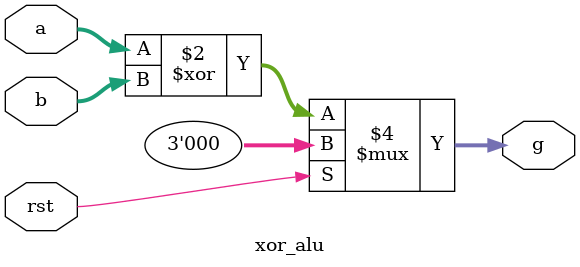
<source format=v>
module xor_alu (a, b, g, rst);

	input [2:0] a, b;
	output reg [2:0] g;
	
	input rst;
	
	
	always @(*) begin
		if (rst) begin
			g = 0;
		end else begin
			g = a ^ b;
		end
	end
	

endmodule
</source>
